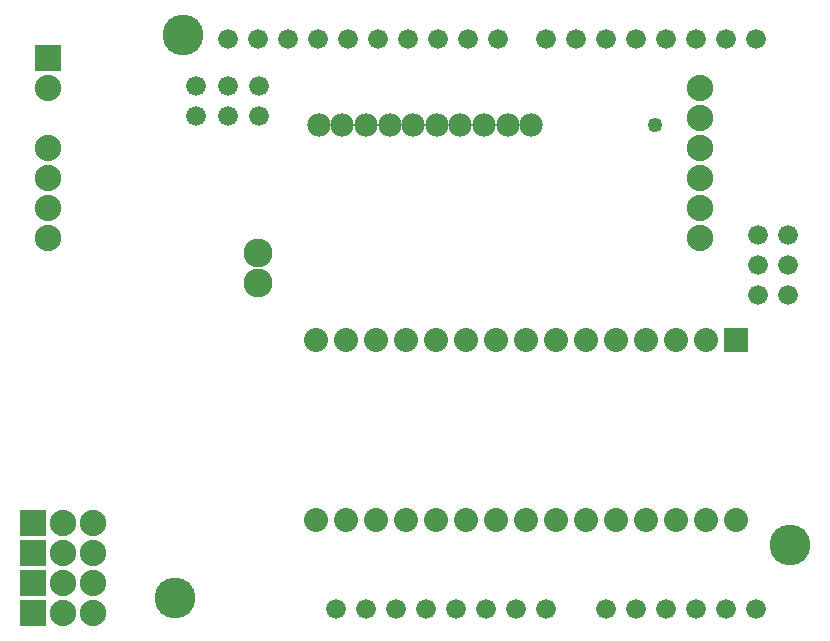
<source format=gts>
G04 MADE WITH FRITZING*
G04 WWW.FRITZING.ORG*
G04 DOUBLE SIDED*
G04 HOLES PLATED*
G04 CONTOUR ON CENTER OF CONTOUR VECTOR*
%ASAXBY*%
%FSLAX23Y23*%
%MOIN*%
%OFA0B0*%
%SFA1.0B1.0*%
%ADD10C,0.096614*%
%ADD11C,0.135984*%
%ADD12C,0.080000*%
%ADD13C,0.088000*%
%ADD14C,0.077559*%
%ADD15C,0.065990*%
%ADD16C,0.049370*%
%ADD17R,0.080000X0.079972*%
%ADD18R,0.088000X0.088000*%
%LNMASK1*%
G90*
G70*
G54D10*
X859Y1180D03*
X859Y1280D03*
G54D11*
X2634Y305D03*
X584Y130D03*
G54D12*
X2452Y989D03*
X2352Y989D03*
X2252Y989D03*
X2152Y989D03*
X2052Y989D03*
X1952Y989D03*
X1852Y989D03*
X1752Y989D03*
X1652Y989D03*
X1552Y989D03*
X1452Y989D03*
X1352Y989D03*
X1252Y989D03*
X1152Y989D03*
X1052Y989D03*
X2452Y389D03*
X2352Y389D03*
X2252Y389D03*
X2152Y389D03*
X2052Y389D03*
X1952Y389D03*
X1852Y389D03*
X1752Y389D03*
X1652Y389D03*
X1552Y389D03*
X1452Y389D03*
X1352Y389D03*
X1252Y389D03*
X1152Y389D03*
X1052Y389D03*
G54D13*
X159Y1930D03*
X159Y1830D03*
X159Y1630D03*
X159Y1530D03*
X159Y1430D03*
X159Y1330D03*
G54D14*
X1770Y1705D03*
X1692Y1705D03*
X1613Y1705D03*
X1534Y1705D03*
X1455Y1705D03*
X1377Y1705D03*
X1298Y1705D03*
X1219Y1705D03*
X1140Y1705D03*
X1062Y1705D03*
G54D13*
X2334Y1830D03*
X2334Y1730D03*
X2334Y1630D03*
X2334Y1530D03*
X2334Y1430D03*
X2334Y1330D03*
G54D15*
X2119Y91D03*
X2219Y91D03*
X2319Y91D03*
X2419Y91D03*
X2519Y91D03*
X1659Y1991D03*
X1559Y1991D03*
X1459Y1991D03*
X1359Y1991D03*
X1259Y1991D03*
X1159Y1991D03*
X1059Y1991D03*
X959Y1991D03*
X859Y1991D03*
X759Y1991D03*
X2519Y1991D03*
X2419Y1991D03*
X2319Y1991D03*
X2219Y1991D03*
X2119Y1991D03*
X2019Y1991D03*
X1919Y1991D03*
X1819Y1991D03*
X1219Y91D03*
X1119Y91D03*
X1319Y91D03*
X1419Y91D03*
X1519Y91D03*
X1619Y91D03*
X1719Y91D03*
X1819Y91D03*
X2019Y91D03*
X2627Y1337D03*
X2527Y1337D03*
X2627Y1238D03*
X2527Y1238D03*
X2627Y1139D03*
X2527Y1139D03*
X758Y1836D03*
X758Y1736D03*
X862Y1836D03*
X862Y1736D03*
X654Y1836D03*
X654Y1736D03*
G54D13*
X109Y80D03*
X209Y80D03*
X309Y80D03*
X109Y180D03*
X209Y180D03*
X309Y180D03*
X109Y280D03*
X209Y280D03*
X309Y280D03*
X109Y380D03*
X209Y380D03*
X309Y380D03*
G54D11*
X609Y2005D03*
G54D16*
X2184Y1705D03*
G54D17*
X2452Y989D03*
G54D18*
X159Y1930D03*
X109Y80D03*
X109Y180D03*
X109Y280D03*
X109Y380D03*
G04 End of Mask1*
M02*
</source>
